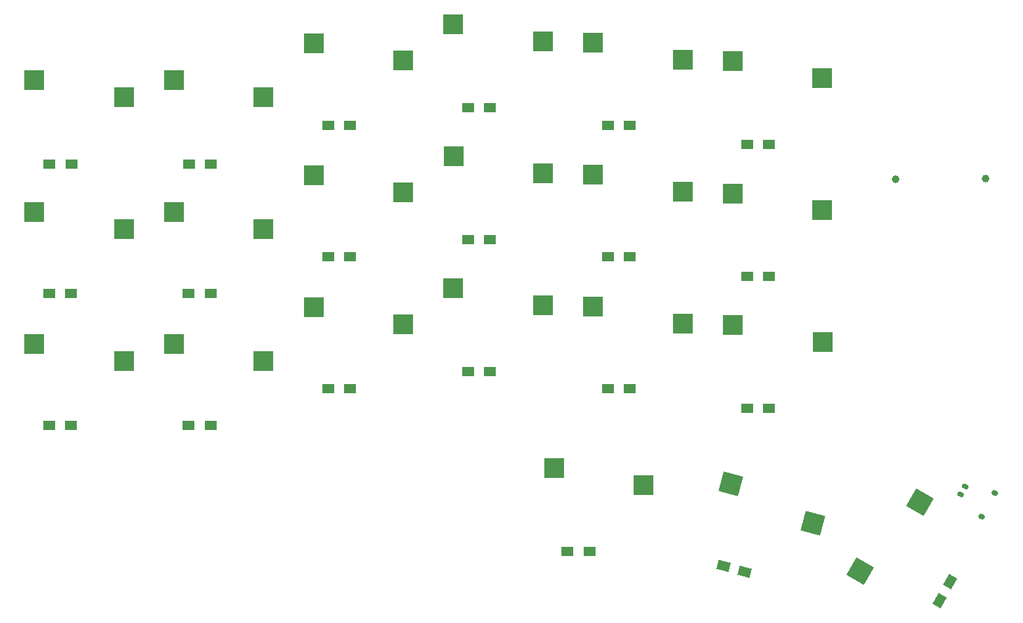
<source format=gbr>
%TF.GenerationSoftware,KiCad,Pcbnew,(6.0.0)*%
%TF.CreationDate,2023-02-19T18:14:09-06:00*%
%TF.ProjectId,corne-chocolate,636f726e-652d-4636-986f-636f6c617465,1.0*%
%TF.SameCoordinates,Original*%
%TF.FileFunction,Paste,Bot*%
%TF.FilePolarity,Positive*%
%FSLAX46Y46*%
G04 Gerber Fmt 4.6, Leading zero omitted, Abs format (unit mm)*
G04 Created by KiCad (PCBNEW (6.0.0)) date 2023-02-19 18:14:09*
%MOMM*%
%LPD*%
G01*
G04 APERTURE LIST*
G04 Aperture macros list*
%AMRoundRect*
0 Rectangle with rounded corners*
0 $1 Rounding radius*
0 $2 $3 $4 $5 $6 $7 $8 $9 X,Y pos of 4 corners*
0 Add a 4 corners polygon primitive as box body*
4,1,4,$2,$3,$4,$5,$6,$7,$8,$9,$2,$3,0*
0 Add four circle primitives for the rounded corners*
1,1,$1+$1,$2,$3*
1,1,$1+$1,$4,$5*
1,1,$1+$1,$6,$7*
1,1,$1+$1,$8,$9*
0 Add four rect primitives between the rounded corners*
20,1,$1+$1,$2,$3,$4,$5,0*
20,1,$1+$1,$4,$5,$6,$7,0*
20,1,$1+$1,$6,$7,$8,$9,0*
20,1,$1+$1,$8,$9,$2,$3,0*%
%AMRotRect*
0 Rectangle, with rotation*
0 The origin of the aperture is its center*
0 $1 length*
0 $2 width*
0 $3 Rotation angle, in degrees counterclockwise*
0 Add horizontal line*
21,1,$1,$2,0,0,$3*%
G04 Aperture macros list end*
%ADD10C,1.000000*%
%ADD11R,1.600000X1.200000*%
%ADD12RotRect,1.600000X1.200000X345.000000*%
%ADD13RotRect,1.600000X1.200000X60.000000*%
%ADD14R,2.600000X2.600000*%
%ADD15RotRect,2.600000X2.600000X165.000000*%
%ADD16RotRect,2.600000X2.600000X240.000000*%
%ADD17RoundRect,0.150000X-0.163157X0.267404X-0.313157X0.007596X0.163157X-0.267404X0.313157X-0.007596X0*%
%ADD18RoundRect,0.175000X-0.107356X0.264054X-0.282356X-0.039054X0.107356X-0.264054X0.282356X0.039054X0*%
G04 APERTURE END LIST*
D10*
%TO.C,U1*%
X-455400Y-17933700D03*
X-12005400Y-17973700D03*
%TD*%
D11*
%TO.C,D1*%
X-118325000Y-16000000D03*
X-121125000Y-16000000D03*
%TD*%
%TO.C,D2*%
X-100325000Y-16000000D03*
X-103125000Y-16000000D03*
%TD*%
%TO.C,D3*%
X-82350000Y-11000000D03*
X-85150000Y-11000000D03*
%TD*%
%TO.C,D4*%
X-64375000Y-8750000D03*
X-67175000Y-8750000D03*
%TD*%
%TO.C,D5*%
X-46325000Y-11000000D03*
X-49125000Y-11000000D03*
%TD*%
%TO.C,D6*%
X-28375000Y-13500000D03*
X-31175000Y-13500000D03*
%TD*%
%TO.C,D8*%
X-100375000Y-32750000D03*
X-103175000Y-32750000D03*
%TD*%
%TO.C,D9*%
X-82350000Y-28000000D03*
X-85150000Y-28000000D03*
%TD*%
%TO.C,D10*%
X-64350000Y-25750000D03*
X-67150000Y-25750000D03*
%TD*%
%TO.C,D11*%
X-46350000Y-28000000D03*
X-49150000Y-28000000D03*
%TD*%
%TO.C,D12*%
X-28375000Y-30500000D03*
X-31175000Y-30500000D03*
%TD*%
%TO.C,D14*%
X-100375000Y-49750000D03*
X-103175000Y-49750000D03*
%TD*%
%TO.C,D15*%
X-82350000Y-45000000D03*
X-85150000Y-45000000D03*
%TD*%
%TO.C,D16*%
X-64375000Y-42750000D03*
X-67175000Y-42750000D03*
%TD*%
%TO.C,D17*%
X-46325000Y-45000000D03*
X-49125000Y-45000000D03*
%TD*%
%TO.C,D18*%
X-28375000Y-47500000D03*
X-31175000Y-47500000D03*
%TD*%
%TO.C,D19*%
X-51525000Y-65949000D03*
X-54325000Y-65949000D03*
%TD*%
D12*
%TO.C,D20*%
X-31537704Y-68602347D03*
X-34242296Y-67877653D03*
%TD*%
D13*
%TO.C,D21*%
X-4963000Y-69873564D03*
X-6363000Y-72298436D03*
%TD*%
D14*
%TO.C,SW1*%
X-123072200Y-5219600D03*
X-111522200Y-7419600D03*
%TD*%
%TO.C,SW2*%
X-105078100Y-5223400D03*
X-93528100Y-7423400D03*
%TD*%
%TO.C,SW3*%
X-87064000Y-446600D03*
X-75514000Y-2646600D03*
%TD*%
%TO.C,SW4*%
X-69054000Y1963200D03*
X-57504000Y-236800D03*
%TD*%
%TO.C,SW5*%
X-51038000Y-357900D03*
X-39488000Y-2557900D03*
%TD*%
%TO.C,SW6*%
X-33025000Y-2758900D03*
X-21475000Y-4958900D03*
%TD*%
%TO.C,SW7*%
X-123072200Y-22202500D03*
X-111522200Y-24402500D03*
%TD*%
%TO.C,SW8*%
X-105078100Y-22237000D03*
X-93528100Y-24437000D03*
%TD*%
%TO.C,SW9*%
X-87062000Y-17435200D03*
X-75512000Y-19635200D03*
%TD*%
%TO.C,SW10*%
X-69047000Y-15038000D03*
X-57497000Y-17238000D03*
%TD*%
%TO.C,SW11*%
X-51038000Y-17372700D03*
X-39488000Y-19572700D03*
%TD*%
%TO.C,SW12*%
X-33025000Y-19800000D03*
X-21475000Y-22000000D03*
%TD*%
%TO.C,SW13*%
X-123072200Y-39233000D03*
X-111522200Y-41433000D03*
%TD*%
%TO.C,SW14*%
X-105078100Y-39221000D03*
X-93528100Y-41421000D03*
%TD*%
%TO.C,SW15*%
X-87061000Y-34448000D03*
X-75511000Y-36648000D03*
%TD*%
%TO.C,SW16*%
X-69058000Y-32027000D03*
X-57508000Y-34227000D03*
%TD*%
%TO.C,SW17*%
X-51038000Y-34364000D03*
X-39488000Y-36564000D03*
%TD*%
%TO.C,SW19*%
X-56090000Y-55200000D03*
X-44540000Y-57400000D03*
%TD*%
D15*
%TO.C,SW20*%
X-33259434Y-57268109D03*
X-22672392Y-62382506D03*
%TD*%
D16*
%TO.C,SW21*%
X-16605351Y-68561233D03*
X-8925095Y-59658640D03*
%TD*%
D14*
%TO.C,SW18*%
X-33018000Y-36790000D03*
X-21468000Y-38990000D03*
%TD*%
D11*
%TO.C,D13*%
X-118375000Y-49750000D03*
X-121175000Y-49750000D03*
%TD*%
%TO.C,D7*%
X-118375000Y-32750000D03*
X-121175000Y-32750000D03*
%TD*%
D17*
%TO.C,J8*%
X-3053798Y-57572885D03*
X-3653798Y-58612115D03*
D18*
X790448Y-58464456D03*
X-959552Y-61495544D03*
%TD*%
M02*

</source>
